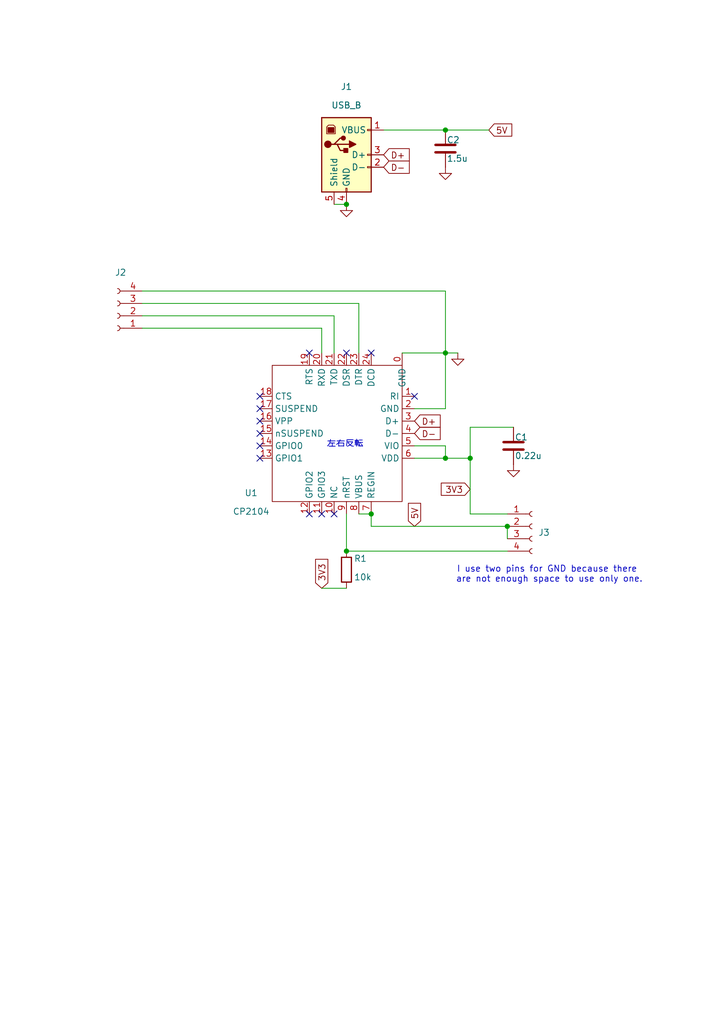
<source format=kicad_sch>
(kicad_sch (version 20250114) (generator "eeschema") (generator_version "9.0")
  (paper "A5" portrait)
  (lib_symbols
    (symbol "0Ore:CP2014"
      (property "Reference" "U" (at 0 0 0))
      (symbol "CP2014_0_1"
        (rectangle (start -12.7 38.1) (end 13.97 10.16))
      )
      (symbol "CP2014_1_1"
        (pin unspecified line (at -15.24 31.75 0) (length 2.54) (name "RI") (number "1"))
        (pin unspecified line (at -15.24 29.21 0) (length 2.54) (name "GND") (number "2"))
        (pin unspecified line (at -15.24 26.67 0) (length 2.54) (name "D+") (number "3"))
        (pin unspecified line (at -15.24 24.13 0) (length 2.54) (name "D-") (number "4"))
        (pin unspecified line (at -15.24 21.59 0) (length 2.54) (name "VIO") (number "5"))
        (pin unspecified line (at -15.24 19.05 0) (length 2.54) (name "VDD") (number "6"))
        (pin unspecified line (at -12.7 40.64 270) (length 2.54) (name "GND") (number "0"))
        (pin unspecified line (at -6.35 40.64 270) (length 2.54) (name "DCD") (number "24"))
        (pin unspecified line (at -6.35 7.62 90) (length 2.54) (name "REGIN") (number "7"))
        (pin unspecified line (at -3.81 40.64 270) (length 2.54) (name "DTR") (number "23"))
        (pin unspecified line (at -3.81 7.62 90) (length 2.54) (name "VBUS") (number "8"))
        (pin unspecified line (at -1.27 40.64 270) (length 2.54) (name "DSR") (number "22"))
        (pin unspecified line (at -1.27 7.62 90) (length 2.54) (name "nRST") (number "9"))
        (pin unspecified line (at 1.27 40.64 270) (length 2.54) (name "TXD") (number "21"))
        (pin unspecified line (at 1.27 7.62 90) (length 2.54) (name "NC") (number "10"))
        (pin unspecified line (at 3.81 40.64 270) (length 2.54) (name "RXD") (number "20"))
        (pin unspecified line (at 3.81 7.62 90) (length 2.54) (name "GPIO3") (number "11"))
        (pin unspecified line (at 6.35 40.64 270) (length 2.54) (name "RTS") (number "19"))
        (pin unspecified line (at 6.35 7.62 90) (length 2.54) (name "GPIO2") (number "12"))
        (pin unspecified line (at 16.51 31.75 180) (length 2.54) (name "CTS") (number "18"))
        (pin unspecified line (at 16.51 29.21 180) (length 2.54) (name "SUSPEND") (number "17"))
        (pin unspecified line (at 16.51 26.67 180) (length 2.54) (name "VPP") (number "16"))
        (pin unspecified line (at 16.51 24.13 180) (length 2.54) (name "nSUSPEND") (number "15"))
        (pin unspecified line (at 16.51 21.59 180) (length 2.54) (name "GPIO0") (number "14"))
        (pin unspecified line (at 16.51 19.05 180) (length 2.54) (name "GPIO1") (number "13"))
      )
    )
    (symbol "Connector:Conn_01x04_Socket" (pin_names (offset 1.016) (hide yes))
      (property "Reference" "J" (at 0 5.08 0))
      (property "Value" "Conn_01x04_Socket" (at 0 -7.62 0))
      (symbol "Conn_01x04_Socket_1_1"
        (polyline (pts (xy -1.27 2.54) (xy -0.508 2.54)) (stroke (width 0.1524)))
        (polyline (pts (xy -1.27 0) (xy -0.508 0)) (stroke (width 0.1524)))
        (polyline (pts (xy -1.27 -2.54) (xy -0.508 -2.54)) (stroke (width 0.1524)))
        (polyline (pts (xy -1.27 -5.08) (xy -0.508 -5.08)) (stroke (width 0.1524)))
        (arc (start 0 2.032) (mid -0.5058 2.54) (end 0 3.048) (stroke (width 0.1524)))
        (arc (start 0 -0.508) (mid -0.5058 0) (end 0 0.508) (stroke (width 0.1524)))
        (arc (start 0 -3.048) (mid -0.5058 -2.54) (end 0 -2.032) (stroke (width 0.1524)))
        (arc (start 0 -5.588) (mid -0.5058 -5.08) (end 0 -4.572) (stroke (width 0.1524)))
        (pin passive line (at -5.08 2.54 0) (length 3.81) (name "Pin_1") (number "1"))
        (pin passive line (at -5.08 0 0) (length 3.81) (name "Pin_2") (number "2"))
        (pin passive line (at -5.08 -2.54 0) (length 3.81) (name "Pin_3") (number "3"))
        (pin passive line (at -5.08 -5.08 0) (length 3.81) (name "Pin_4") (number "4"))
      )
    )
    (symbol "Connector:USB_B" (pin_names (offset 1.016))
      (property "Reference" "J" (at -5.08 11.43 0))
      (property "Value" "USB_B" (at -5.08 8.89 0))
      (symbol "USB_B_0_1"
        (rectangle (start -5.08 -7.62) (end 5.08 7.62) (stroke (width 0.254)) (fill (type background)))
        (polyline (pts (xy -4.064 4.318) (xy -2.286 4.318) (xy -2.286 5.715) (xy -2.667 6.096) (xy -3.683 6.096) (xy -4.064 5.715) (xy -4.064 4.318)))
        (rectangle (start -3.81 5.588) (end -2.54 4.572) (fill (type outline)))
        (circle (center -3.81 2.159) (radius 0.635) (stroke (width 0.254)) (fill (type outline)))
        (polyline (pts (xy -3.175 2.159) (xy -2.54 2.159) (xy -1.27 3.429) (xy -0.635 3.429)) (stroke (width 0.254)))
        (polyline (pts (xy -2.54 2.159) (xy -1.905 2.159) (xy -1.27 0.889) (xy 0 0.889)) (stroke (width 0.254)))
        (polyline (pts (xy -1.905 2.159) (xy 0.635 2.159)) (stroke (width 0.254)))
        (circle (center -0.635 3.429) (radius 0.381) (stroke (width 0.254)) (fill (type outline)))
        (rectangle (start -0.127 -7.62) (end 0.127 -6.858))
        (rectangle (start 0.254 1.27) (end -0.508 0.508) (stroke (width 0.254)) (fill (type outline)))
        (polyline (pts (xy 0.635 2.794) (xy 0.635 1.524) (xy 1.905 2.159) (xy 0.635 2.794)) (stroke (width 0.254)) (fill (type outline)))
        (rectangle (start 5.08 4.953) (end 4.318 5.207))
        (rectangle (start 5.08 -0.127) (end 4.318 0.127))
        (rectangle (start 5.08 -2.667) (end 4.318 -2.413))
      )
      (symbol "USB_B_1_1"
        (pin passive line (at -2.54 -10.16 90) (length 2.54) (name "Shield") (number "5"))
        (pin power_out line (at 0 -10.16 90) (length 2.54) (name "GND") (number "4"))
        (pin power_out line (at 7.62 5.08 180) (length 2.54) (name "VBUS") (number "1"))
        (pin bidirectional line (at 7.62 0 180) (length 2.54) (name "D+") (number "3"))
        (pin bidirectional line (at 7.62 -2.54 180) (length 2.54) (name "D-") (number "2"))
      )
    )
    (symbol "Device:C" (pin_numbers (hide yes)) (pin_names (offset 0.254))
      (property "Reference" "C" (at 0.635 2.54 0))
      (property "Value" "C" (at 0.635 -2.54 0))
      (symbol "C_0_1"
        (polyline (pts (xy -2.032 0.762) (xy 2.032 0.762)) (stroke (width 0.508)))
        (polyline (pts (xy -2.032 -0.762) (xy 2.032 -0.762)) (stroke (width 0.508)))
      )
      (symbol "C_1_1"
        (pin passive line (at 0 3.81 270) (length 2.794) (name "~") (number "1"))
        (pin passive line (at 0 -3.81 90) (length 2.794) (name "~") (number "2"))
      )
    )
    (symbol "Device:R" (pin_numbers (hide yes)) (pin_names (offset 0))
      (property "Reference" "R" (at 2.032 0 90))
      (property "Value" "R" (at 0 0 90))
      (symbol "R_0_1"
        (rectangle (start -1.016 -2.54) (end 1.016 2.54) (stroke (width 0.254)))
      )
      (symbol "R_1_1"
        (pin passive line (at 0 3.81 270) (length 1.27) (name "~") (number "1"))
        (pin passive line (at 0 -3.81 90) (length 1.27) (name "~") (number "2"))
      )
    )
    (symbol "power:GND" (power) (pin_numbers (hide yes)) (pin_names (offset 0) (hide yes))
      (property "Value" "GND" (at 0 -3.81 0))
      (symbol "GND_0_1"
        (polyline (pts (xy 0 0) (xy 0 -1.27) (xy 1.27 -1.27) (xy 0 -2.54) (xy -1.27 -1.27) (xy 0 -1.27)))
      )
      (symbol "GND_1_1"
        (pin power_in line (at 0 0 270) (length 0) (name "~") (number "1"))
      )
    )
  )
  (text "I use two pins for GND because there \nare not enough space to use only one." (at 112.776 117.856 0) (effects (font (size 1.27 1.27))))
  (text "左右反転" (at 70.866 91.186 0) (effects (font (size 1.27 1.27))))
  (junction (at 71.12 113.03))
  (junction (at 71.12 41.91))
  (junction (at 76.2 105.41))
  (junction (at 91.44 72.39))
  (junction (at 91.44 93.98))
  (junction (at 91.44 26.67))
  (junction (at 104.14 107.95))
  (junction (at 96.52 93.98))
  (no_connect (at 68.58 105.41))
  (no_connect (at 71.12 72.39))
  (no_connect (at 63.5 105.41))
  (no_connect (at 53.34 91.44))
  (no_connect (at 53.34 86.36))
  (no_connect (at 53.34 83.82))
  (no_connect (at 66.04 105.41))
  (no_connect (at 85.09 81.28))
  (no_connect (at 53.34 81.28))
  (no_connect (at 63.5 72.39))
  (no_connect (at 53.34 88.9))
  (no_connect (at 76.2 72.39))
  (no_connect (at 53.34 93.98))
  (wire (pts (xy 85.09 91.44) (xy 91.44 91.44)))
  (wire (pts (xy 91.44 59.69) (xy 91.44 72.39)))
  (wire (pts (xy 91.44 26.67) (xy 78.74 26.67)))
  (wire (pts (xy 29.21 67.31) (xy 66.04 67.31)))
  (wire (pts (xy 104.14 107.95) (xy 104.14 110.49)))
  (wire (pts (xy 68.58 41.91) (xy 71.12 41.91)))
  (wire (pts (xy 85.09 83.82) (xy 91.44 83.82)))
  (wire (pts (xy 29.21 64.77) (xy 68.58 64.77)))
  (wire (pts (xy 76.2 107.95) (xy 104.14 107.95)))
  (wire (pts (xy 73.66 105.41) (xy 76.2 105.41)))
  (wire (pts (xy 71.12 113.03) (xy 104.14 113.03)))
  (wire (pts (xy 96.52 93.98) (xy 91.44 93.98)))
  (wire (pts (xy 29.21 62.23) (xy 73.66 62.23)))
  (wire (pts (xy 85.09 93.98) (xy 91.44 93.98)))
  (wire (pts (xy 96.52 87.63) (xy 105.41 87.63)))
  (wire (pts (xy 29.21 59.69) (xy 91.44 59.69)))
  (wire (pts (xy 71.12 105.41) (xy 71.12 113.03)))
  (wire (pts (xy 82.55 72.39) (xy 91.44 72.39)))
  (wire (pts (xy 91.44 91.44) (xy 91.44 93.98)))
  (wire (pts (xy 91.44 72.39) (xy 91.44 83.82)))
  (wire (pts (xy 68.58 64.77) (xy 68.58 72.39)))
  (wire (pts (xy 66.04 67.31) (xy 66.04 72.39)))
  (wire (pts (xy 96.52 87.63) (xy 96.52 93.98)))
  (wire (pts (xy 73.66 72.39) (xy 73.66 62.23)))
  (wire (pts (xy 96.52 105.41) (xy 96.52 93.98)))
  (wire (pts (xy 76.2 105.41) (xy 76.2 107.95)))
  (wire (pts (xy 100.33 26.67) (xy 91.44 26.67)))
  (wire (pts (xy 91.44 72.39) (xy 93.98 72.39)))
  (wire (pts (xy 96.52 105.41) (xy 104.14 105.41)))
  (wire (pts (xy 66.04 120.65) (xy 71.12 120.65)))
  (global_label "D-" (shape input) (at 78.74 34.29 0) (property "Intersheetrefs" "${INTERSHEET_REFS}" (effects (hide yes))))
  (global_label "5V" (shape input) (at 100.33 26.67 0) (property "Intersheetrefs" "${INTERSHEET_REFS}" (effects (hide yes))))
  (global_label "D+" (shape input) (at 78.74 31.75 0) (property "Intersheetrefs" "${INTERSHEET_REFS}" (effects (hide yes))))
  (global_label "D-" (shape input) (at 85.09 88.9 0) (property "Intersheetrefs" "${INTERSHEET_REFS}" (effects (hide yes))))
  (global_label "3V3" (shape input) (at 96.52 100.33 180) (property "Intersheetrefs" "${INTERSHEET_REFS}" (effects (hide yes))))
  (global_label "D+" (shape input) (at 85.09 86.36 0) (property "Intersheetrefs" "${INTERSHEET_REFS}" (effects (hide yes))))
  (global_label "5V" (shape input) (at 85.09 107.95 90) (property "Intersheetrefs" "${INTERSHEET_REFS}" (effects (hide yes))))
  (global_label "3V3" (shape input) (at 66.04 120.65 90) (property "Intersheetrefs" "${INTERSHEET_REFS}" (effects (hide yes))))
  (symbol (lib_id "Device:C") (at 105.41 91.44 0) (unit 1)
    (property "Reference" "C1" (at 105.664 89.662 0) (effects (justify left)))
    (property "Value" "0.22u" (at 105.664 93.472 0) (effects (justify left)))
    (property "Description" "Unpolarized capacitor" (effects (hide yes)))
  )
  (symbol (lib_id "Connector:Conn_01x04_Socket") (at 24.13 64.77 180) (unit 1)
    (property "Reference" "J2" (at 24.765 55.88 0))
    (property "Value" "Conn_01x04_Socket" (effects (hide yes)))
    (property "Description" "Generic connector, single row, 01x04, script generated" (effects (hide yes)))
  )
  (symbol (lib_id "Connector:USB_B") (at 71.12 31.75 0) (unit 1)
    (property "Reference" "J1" (at 71.12 17.78 0))
    (property "Value" "USB_B" (at 71.12 21.59 0))
    (property "Description" "USB Type B connector" (effects (hide yes)))
  )
  (symbol (lib_id "Connector:Conn_01x04_Socket") (at 109.22 107.95 0) (unit 1)
    (property "Reference" "J3" (at 110.49 109.2199 0) (effects (justify left)))
    (property "Value" "Conn_01x04_Socket" (effects (hide yes)))
    (property "Description" "Generic connector, single row, 01x04, script generated" (effects (hide yes)))
  )
  (symbol (lib_id "power:GND") (at 71.12 41.91 0) (unit 1)
    (property "Reference" "#PWR04" (effects (hide yes)))
    (property "Value" "GND" (effects (hide yes)))
    (property "Description" "Power symbol creates a global label with name \"GND\" , ground" (effects (hide yes)))
  )
  (symbol (lib_id "power:GND") (at 93.98 72.39 0) (unit 1)
    (property "Reference" "#PWR01" (effects (hide yes)))
    (property "Value" "GND" (effects (hide yes)))
    (property "Description" "Power symbol creates a global label with name \"GND\" , ground" (effects (hide yes)))
  )
  (symbol (lib_id "power:GND") (at 91.44 34.29 0) (unit 1)
    (property "Reference" "#PWR03" (effects (hide yes)))
    (property "Value" "GND" (effects (hide yes)))
    (property "Description" "Power symbol creates a global label with name \"GND\" , ground" (effects (hide yes)))
  )
  (symbol (lib_id "Device:C") (at 91.44 30.48 0) (unit 1)
    (property "Reference" "C2" (at 91.694 28.702 0) (effects (justify left)))
    (property "Value" "1.5u" (at 91.694 32.512 0) (effects (justify left)))
    (property "Description" "Unpolarized capacitor" (effects (hide yes)))
  )
  (symbol (lib_id "Device:R") (at 71.12 116.84 0) (unit 1)
    (property "Reference" "R1" (at 72.644 114.554 0) (effects (justify left)))
    (property "Value" "10k" (at 72.644 118.364 0) (effects (justify left)))
    (property "Description" "Resistor" (effects (hide yes)))
  )
  (symbol (lib_id "0Ore:CP2014") (at 69.85 113.03 0) (mirror y) (unit 1)
    (property "Reference" "U1" (at 51.562 101.092 0))
    (property "Value" "CP2104" (at 51.562 104.902 0))
  )
  (symbol (lib_id "power:GND") (at 105.41 95.25 0) (unit 1)
    (property "Reference" "#PWR02" (effects (hide yes)))
    (property "Value" "GND" (effects (hide yes)))
    (property "Description" "Power symbol creates a global label with name \"GND\" , ground" (effects (hide yes)))
  )
)
</source>
